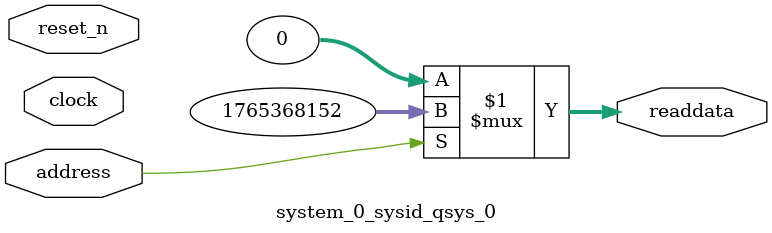
<source format=v>

`timescale 1ns / 1ps
// synthesis translate_on

// turn off superfluous verilog processor warnings 
// altera message_level Level1 
// altera message_off 10034 10035 10036 10037 10230 10240 10030 

module system_0_sysid_qsys_0 (
               // inputs:
                address,
                clock,
                reset_n,

               // outputs:
                readdata
             )
;

  output  [ 31: 0] readdata;
  input            address;
  input            clock;
  input            reset_n;

  wire    [ 31: 0] readdata;
  //control_slave, which is an e_avalon_slave
  assign readdata = address ? 1765368152 : 0;

endmodule




</source>
